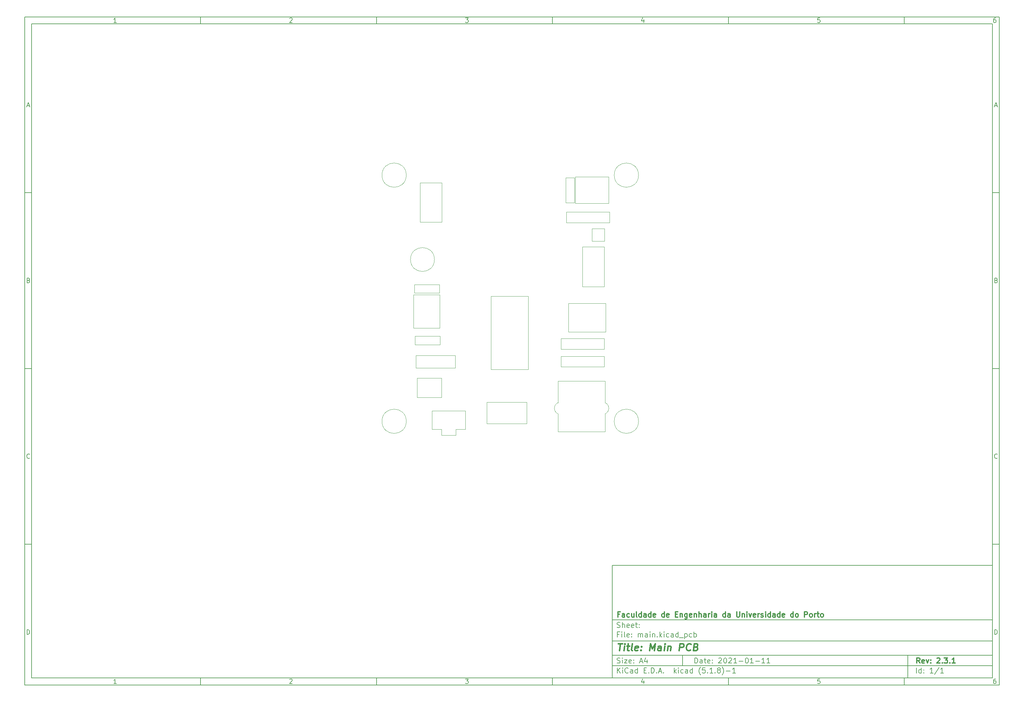
<source format=gbr>
%TF.GenerationSoftware,KiCad,Pcbnew,(5.1.8)-1*%
%TF.CreationDate,2021-01-11T16:48:45+00:00*%
%TF.ProjectId,main,6d61696e-2e6b-4696-9361-645f70636258,2.3.1*%
%TF.SameCoordinates,Original*%
%TF.FileFunction,Other,User*%
%FSLAX46Y46*%
G04 Gerber Fmt 4.6, Leading zero omitted, Abs format (unit mm)*
G04 Created by KiCad (PCBNEW (5.1.8)-1) date 2021-01-11 16:48:45*
%MOMM*%
%LPD*%
G01*
G04 APERTURE LIST*
%ADD10C,0.100000*%
%ADD11C,0.150000*%
%ADD12C,0.300000*%
%ADD13C,0.400000*%
%ADD14C,0.050000*%
G04 APERTURE END LIST*
D10*
D11*
X177002200Y-166007200D02*
X177002200Y-198007200D01*
X285002200Y-198007200D01*
X285002200Y-166007200D01*
X177002200Y-166007200D01*
D10*
D11*
X10000000Y-10000000D02*
X10000000Y-200007200D01*
X287002200Y-200007200D01*
X287002200Y-10000000D01*
X10000000Y-10000000D01*
D10*
D11*
X12000000Y-12000000D02*
X12000000Y-198007200D01*
X285002200Y-198007200D01*
X285002200Y-12000000D01*
X12000000Y-12000000D01*
D10*
D11*
X60000000Y-12000000D02*
X60000000Y-10000000D01*
D10*
D11*
X110000000Y-12000000D02*
X110000000Y-10000000D01*
D10*
D11*
X160000000Y-12000000D02*
X160000000Y-10000000D01*
D10*
D11*
X210000000Y-12000000D02*
X210000000Y-10000000D01*
D10*
D11*
X260000000Y-12000000D02*
X260000000Y-10000000D01*
D10*
D11*
X36065476Y-11588095D02*
X35322619Y-11588095D01*
X35694047Y-11588095D02*
X35694047Y-10288095D01*
X35570238Y-10473809D01*
X35446428Y-10597619D01*
X35322619Y-10659523D01*
D10*
D11*
X85322619Y-10411904D02*
X85384523Y-10350000D01*
X85508333Y-10288095D01*
X85817857Y-10288095D01*
X85941666Y-10350000D01*
X86003571Y-10411904D01*
X86065476Y-10535714D01*
X86065476Y-10659523D01*
X86003571Y-10845238D01*
X85260714Y-11588095D01*
X86065476Y-11588095D01*
D10*
D11*
X135260714Y-10288095D02*
X136065476Y-10288095D01*
X135632142Y-10783333D01*
X135817857Y-10783333D01*
X135941666Y-10845238D01*
X136003571Y-10907142D01*
X136065476Y-11030952D01*
X136065476Y-11340476D01*
X136003571Y-11464285D01*
X135941666Y-11526190D01*
X135817857Y-11588095D01*
X135446428Y-11588095D01*
X135322619Y-11526190D01*
X135260714Y-11464285D01*
D10*
D11*
X185941666Y-10721428D02*
X185941666Y-11588095D01*
X185632142Y-10226190D02*
X185322619Y-11154761D01*
X186127380Y-11154761D01*
D10*
D11*
X236003571Y-10288095D02*
X235384523Y-10288095D01*
X235322619Y-10907142D01*
X235384523Y-10845238D01*
X235508333Y-10783333D01*
X235817857Y-10783333D01*
X235941666Y-10845238D01*
X236003571Y-10907142D01*
X236065476Y-11030952D01*
X236065476Y-11340476D01*
X236003571Y-11464285D01*
X235941666Y-11526190D01*
X235817857Y-11588095D01*
X235508333Y-11588095D01*
X235384523Y-11526190D01*
X235322619Y-11464285D01*
D10*
D11*
X285941666Y-10288095D02*
X285694047Y-10288095D01*
X285570238Y-10350000D01*
X285508333Y-10411904D01*
X285384523Y-10597619D01*
X285322619Y-10845238D01*
X285322619Y-11340476D01*
X285384523Y-11464285D01*
X285446428Y-11526190D01*
X285570238Y-11588095D01*
X285817857Y-11588095D01*
X285941666Y-11526190D01*
X286003571Y-11464285D01*
X286065476Y-11340476D01*
X286065476Y-11030952D01*
X286003571Y-10907142D01*
X285941666Y-10845238D01*
X285817857Y-10783333D01*
X285570238Y-10783333D01*
X285446428Y-10845238D01*
X285384523Y-10907142D01*
X285322619Y-11030952D01*
D10*
D11*
X60000000Y-198007200D02*
X60000000Y-200007200D01*
D10*
D11*
X110000000Y-198007200D02*
X110000000Y-200007200D01*
D10*
D11*
X160000000Y-198007200D02*
X160000000Y-200007200D01*
D10*
D11*
X210000000Y-198007200D02*
X210000000Y-200007200D01*
D10*
D11*
X260000000Y-198007200D02*
X260000000Y-200007200D01*
D10*
D11*
X36065476Y-199595295D02*
X35322619Y-199595295D01*
X35694047Y-199595295D02*
X35694047Y-198295295D01*
X35570238Y-198481009D01*
X35446428Y-198604819D01*
X35322619Y-198666723D01*
D10*
D11*
X85322619Y-198419104D02*
X85384523Y-198357200D01*
X85508333Y-198295295D01*
X85817857Y-198295295D01*
X85941666Y-198357200D01*
X86003571Y-198419104D01*
X86065476Y-198542914D01*
X86065476Y-198666723D01*
X86003571Y-198852438D01*
X85260714Y-199595295D01*
X86065476Y-199595295D01*
D10*
D11*
X135260714Y-198295295D02*
X136065476Y-198295295D01*
X135632142Y-198790533D01*
X135817857Y-198790533D01*
X135941666Y-198852438D01*
X136003571Y-198914342D01*
X136065476Y-199038152D01*
X136065476Y-199347676D01*
X136003571Y-199471485D01*
X135941666Y-199533390D01*
X135817857Y-199595295D01*
X135446428Y-199595295D01*
X135322619Y-199533390D01*
X135260714Y-199471485D01*
D10*
D11*
X185941666Y-198728628D02*
X185941666Y-199595295D01*
X185632142Y-198233390D02*
X185322619Y-199161961D01*
X186127380Y-199161961D01*
D10*
D11*
X236003571Y-198295295D02*
X235384523Y-198295295D01*
X235322619Y-198914342D01*
X235384523Y-198852438D01*
X235508333Y-198790533D01*
X235817857Y-198790533D01*
X235941666Y-198852438D01*
X236003571Y-198914342D01*
X236065476Y-199038152D01*
X236065476Y-199347676D01*
X236003571Y-199471485D01*
X235941666Y-199533390D01*
X235817857Y-199595295D01*
X235508333Y-199595295D01*
X235384523Y-199533390D01*
X235322619Y-199471485D01*
D10*
D11*
X285941666Y-198295295D02*
X285694047Y-198295295D01*
X285570238Y-198357200D01*
X285508333Y-198419104D01*
X285384523Y-198604819D01*
X285322619Y-198852438D01*
X285322619Y-199347676D01*
X285384523Y-199471485D01*
X285446428Y-199533390D01*
X285570238Y-199595295D01*
X285817857Y-199595295D01*
X285941666Y-199533390D01*
X286003571Y-199471485D01*
X286065476Y-199347676D01*
X286065476Y-199038152D01*
X286003571Y-198914342D01*
X285941666Y-198852438D01*
X285817857Y-198790533D01*
X285570238Y-198790533D01*
X285446428Y-198852438D01*
X285384523Y-198914342D01*
X285322619Y-199038152D01*
D10*
D11*
X10000000Y-60000000D02*
X12000000Y-60000000D01*
D10*
D11*
X10000000Y-110000000D02*
X12000000Y-110000000D01*
D10*
D11*
X10000000Y-160000000D02*
X12000000Y-160000000D01*
D10*
D11*
X10690476Y-35216666D02*
X11309523Y-35216666D01*
X10566666Y-35588095D02*
X11000000Y-34288095D01*
X11433333Y-35588095D01*
D10*
D11*
X11092857Y-84907142D02*
X11278571Y-84969047D01*
X11340476Y-85030952D01*
X11402380Y-85154761D01*
X11402380Y-85340476D01*
X11340476Y-85464285D01*
X11278571Y-85526190D01*
X11154761Y-85588095D01*
X10659523Y-85588095D01*
X10659523Y-84288095D01*
X11092857Y-84288095D01*
X11216666Y-84350000D01*
X11278571Y-84411904D01*
X11340476Y-84535714D01*
X11340476Y-84659523D01*
X11278571Y-84783333D01*
X11216666Y-84845238D01*
X11092857Y-84907142D01*
X10659523Y-84907142D01*
D10*
D11*
X11402380Y-135464285D02*
X11340476Y-135526190D01*
X11154761Y-135588095D01*
X11030952Y-135588095D01*
X10845238Y-135526190D01*
X10721428Y-135402380D01*
X10659523Y-135278571D01*
X10597619Y-135030952D01*
X10597619Y-134845238D01*
X10659523Y-134597619D01*
X10721428Y-134473809D01*
X10845238Y-134350000D01*
X11030952Y-134288095D01*
X11154761Y-134288095D01*
X11340476Y-134350000D01*
X11402380Y-134411904D01*
D10*
D11*
X10659523Y-185588095D02*
X10659523Y-184288095D01*
X10969047Y-184288095D01*
X11154761Y-184350000D01*
X11278571Y-184473809D01*
X11340476Y-184597619D01*
X11402380Y-184845238D01*
X11402380Y-185030952D01*
X11340476Y-185278571D01*
X11278571Y-185402380D01*
X11154761Y-185526190D01*
X10969047Y-185588095D01*
X10659523Y-185588095D01*
D10*
D11*
X287002200Y-60000000D02*
X285002200Y-60000000D01*
D10*
D11*
X287002200Y-110000000D02*
X285002200Y-110000000D01*
D10*
D11*
X287002200Y-160000000D02*
X285002200Y-160000000D01*
D10*
D11*
X285692676Y-35216666D02*
X286311723Y-35216666D01*
X285568866Y-35588095D02*
X286002200Y-34288095D01*
X286435533Y-35588095D01*
D10*
D11*
X286095057Y-84907142D02*
X286280771Y-84969047D01*
X286342676Y-85030952D01*
X286404580Y-85154761D01*
X286404580Y-85340476D01*
X286342676Y-85464285D01*
X286280771Y-85526190D01*
X286156961Y-85588095D01*
X285661723Y-85588095D01*
X285661723Y-84288095D01*
X286095057Y-84288095D01*
X286218866Y-84350000D01*
X286280771Y-84411904D01*
X286342676Y-84535714D01*
X286342676Y-84659523D01*
X286280771Y-84783333D01*
X286218866Y-84845238D01*
X286095057Y-84907142D01*
X285661723Y-84907142D01*
D10*
D11*
X286404580Y-135464285D02*
X286342676Y-135526190D01*
X286156961Y-135588095D01*
X286033152Y-135588095D01*
X285847438Y-135526190D01*
X285723628Y-135402380D01*
X285661723Y-135278571D01*
X285599819Y-135030952D01*
X285599819Y-134845238D01*
X285661723Y-134597619D01*
X285723628Y-134473809D01*
X285847438Y-134350000D01*
X286033152Y-134288095D01*
X286156961Y-134288095D01*
X286342676Y-134350000D01*
X286404580Y-134411904D01*
D10*
D11*
X285661723Y-185588095D02*
X285661723Y-184288095D01*
X285971247Y-184288095D01*
X286156961Y-184350000D01*
X286280771Y-184473809D01*
X286342676Y-184597619D01*
X286404580Y-184845238D01*
X286404580Y-185030952D01*
X286342676Y-185278571D01*
X286280771Y-185402380D01*
X286156961Y-185526190D01*
X285971247Y-185588095D01*
X285661723Y-185588095D01*
D10*
D11*
X200434342Y-193785771D02*
X200434342Y-192285771D01*
X200791485Y-192285771D01*
X201005771Y-192357200D01*
X201148628Y-192500057D01*
X201220057Y-192642914D01*
X201291485Y-192928628D01*
X201291485Y-193142914D01*
X201220057Y-193428628D01*
X201148628Y-193571485D01*
X201005771Y-193714342D01*
X200791485Y-193785771D01*
X200434342Y-193785771D01*
X202577200Y-193785771D02*
X202577200Y-193000057D01*
X202505771Y-192857200D01*
X202362914Y-192785771D01*
X202077200Y-192785771D01*
X201934342Y-192857200D01*
X202577200Y-193714342D02*
X202434342Y-193785771D01*
X202077200Y-193785771D01*
X201934342Y-193714342D01*
X201862914Y-193571485D01*
X201862914Y-193428628D01*
X201934342Y-193285771D01*
X202077200Y-193214342D01*
X202434342Y-193214342D01*
X202577200Y-193142914D01*
X203077200Y-192785771D02*
X203648628Y-192785771D01*
X203291485Y-192285771D02*
X203291485Y-193571485D01*
X203362914Y-193714342D01*
X203505771Y-193785771D01*
X203648628Y-193785771D01*
X204720057Y-193714342D02*
X204577200Y-193785771D01*
X204291485Y-193785771D01*
X204148628Y-193714342D01*
X204077200Y-193571485D01*
X204077200Y-193000057D01*
X204148628Y-192857200D01*
X204291485Y-192785771D01*
X204577200Y-192785771D01*
X204720057Y-192857200D01*
X204791485Y-193000057D01*
X204791485Y-193142914D01*
X204077200Y-193285771D01*
X205434342Y-193642914D02*
X205505771Y-193714342D01*
X205434342Y-193785771D01*
X205362914Y-193714342D01*
X205434342Y-193642914D01*
X205434342Y-193785771D01*
X205434342Y-192857200D02*
X205505771Y-192928628D01*
X205434342Y-193000057D01*
X205362914Y-192928628D01*
X205434342Y-192857200D01*
X205434342Y-193000057D01*
X207220057Y-192428628D02*
X207291485Y-192357200D01*
X207434342Y-192285771D01*
X207791485Y-192285771D01*
X207934342Y-192357200D01*
X208005771Y-192428628D01*
X208077200Y-192571485D01*
X208077200Y-192714342D01*
X208005771Y-192928628D01*
X207148628Y-193785771D01*
X208077200Y-193785771D01*
X209005771Y-192285771D02*
X209148628Y-192285771D01*
X209291485Y-192357200D01*
X209362914Y-192428628D01*
X209434342Y-192571485D01*
X209505771Y-192857200D01*
X209505771Y-193214342D01*
X209434342Y-193500057D01*
X209362914Y-193642914D01*
X209291485Y-193714342D01*
X209148628Y-193785771D01*
X209005771Y-193785771D01*
X208862914Y-193714342D01*
X208791485Y-193642914D01*
X208720057Y-193500057D01*
X208648628Y-193214342D01*
X208648628Y-192857200D01*
X208720057Y-192571485D01*
X208791485Y-192428628D01*
X208862914Y-192357200D01*
X209005771Y-192285771D01*
X210077200Y-192428628D02*
X210148628Y-192357200D01*
X210291485Y-192285771D01*
X210648628Y-192285771D01*
X210791485Y-192357200D01*
X210862914Y-192428628D01*
X210934342Y-192571485D01*
X210934342Y-192714342D01*
X210862914Y-192928628D01*
X210005771Y-193785771D01*
X210934342Y-193785771D01*
X212362914Y-193785771D02*
X211505771Y-193785771D01*
X211934342Y-193785771D02*
X211934342Y-192285771D01*
X211791485Y-192500057D01*
X211648628Y-192642914D01*
X211505771Y-192714342D01*
X213005771Y-193214342D02*
X214148628Y-193214342D01*
X215148628Y-192285771D02*
X215291485Y-192285771D01*
X215434342Y-192357200D01*
X215505771Y-192428628D01*
X215577200Y-192571485D01*
X215648628Y-192857200D01*
X215648628Y-193214342D01*
X215577200Y-193500057D01*
X215505771Y-193642914D01*
X215434342Y-193714342D01*
X215291485Y-193785771D01*
X215148628Y-193785771D01*
X215005771Y-193714342D01*
X214934342Y-193642914D01*
X214862914Y-193500057D01*
X214791485Y-193214342D01*
X214791485Y-192857200D01*
X214862914Y-192571485D01*
X214934342Y-192428628D01*
X215005771Y-192357200D01*
X215148628Y-192285771D01*
X217077200Y-193785771D02*
X216220057Y-193785771D01*
X216648628Y-193785771D02*
X216648628Y-192285771D01*
X216505771Y-192500057D01*
X216362914Y-192642914D01*
X216220057Y-192714342D01*
X217720057Y-193214342D02*
X218862914Y-193214342D01*
X220362914Y-193785771D02*
X219505771Y-193785771D01*
X219934342Y-193785771D02*
X219934342Y-192285771D01*
X219791485Y-192500057D01*
X219648628Y-192642914D01*
X219505771Y-192714342D01*
X221791485Y-193785771D02*
X220934342Y-193785771D01*
X221362914Y-193785771D02*
X221362914Y-192285771D01*
X221220057Y-192500057D01*
X221077200Y-192642914D01*
X220934342Y-192714342D01*
D10*
D11*
X177002200Y-194507200D02*
X285002200Y-194507200D01*
D10*
D11*
X178434342Y-196585771D02*
X178434342Y-195085771D01*
X179291485Y-196585771D02*
X178648628Y-195728628D01*
X179291485Y-195085771D02*
X178434342Y-195942914D01*
X179934342Y-196585771D02*
X179934342Y-195585771D01*
X179934342Y-195085771D02*
X179862914Y-195157200D01*
X179934342Y-195228628D01*
X180005771Y-195157200D01*
X179934342Y-195085771D01*
X179934342Y-195228628D01*
X181505771Y-196442914D02*
X181434342Y-196514342D01*
X181220057Y-196585771D01*
X181077200Y-196585771D01*
X180862914Y-196514342D01*
X180720057Y-196371485D01*
X180648628Y-196228628D01*
X180577200Y-195942914D01*
X180577200Y-195728628D01*
X180648628Y-195442914D01*
X180720057Y-195300057D01*
X180862914Y-195157200D01*
X181077200Y-195085771D01*
X181220057Y-195085771D01*
X181434342Y-195157200D01*
X181505771Y-195228628D01*
X182791485Y-196585771D02*
X182791485Y-195800057D01*
X182720057Y-195657200D01*
X182577200Y-195585771D01*
X182291485Y-195585771D01*
X182148628Y-195657200D01*
X182791485Y-196514342D02*
X182648628Y-196585771D01*
X182291485Y-196585771D01*
X182148628Y-196514342D01*
X182077200Y-196371485D01*
X182077200Y-196228628D01*
X182148628Y-196085771D01*
X182291485Y-196014342D01*
X182648628Y-196014342D01*
X182791485Y-195942914D01*
X184148628Y-196585771D02*
X184148628Y-195085771D01*
X184148628Y-196514342D02*
X184005771Y-196585771D01*
X183720057Y-196585771D01*
X183577200Y-196514342D01*
X183505771Y-196442914D01*
X183434342Y-196300057D01*
X183434342Y-195871485D01*
X183505771Y-195728628D01*
X183577200Y-195657200D01*
X183720057Y-195585771D01*
X184005771Y-195585771D01*
X184148628Y-195657200D01*
X186005771Y-195800057D02*
X186505771Y-195800057D01*
X186720057Y-196585771D02*
X186005771Y-196585771D01*
X186005771Y-195085771D01*
X186720057Y-195085771D01*
X187362914Y-196442914D02*
X187434342Y-196514342D01*
X187362914Y-196585771D01*
X187291485Y-196514342D01*
X187362914Y-196442914D01*
X187362914Y-196585771D01*
X188077200Y-196585771D02*
X188077200Y-195085771D01*
X188434342Y-195085771D01*
X188648628Y-195157200D01*
X188791485Y-195300057D01*
X188862914Y-195442914D01*
X188934342Y-195728628D01*
X188934342Y-195942914D01*
X188862914Y-196228628D01*
X188791485Y-196371485D01*
X188648628Y-196514342D01*
X188434342Y-196585771D01*
X188077200Y-196585771D01*
X189577200Y-196442914D02*
X189648628Y-196514342D01*
X189577200Y-196585771D01*
X189505771Y-196514342D01*
X189577200Y-196442914D01*
X189577200Y-196585771D01*
X190220057Y-196157200D02*
X190934342Y-196157200D01*
X190077200Y-196585771D02*
X190577200Y-195085771D01*
X191077200Y-196585771D01*
X191577200Y-196442914D02*
X191648628Y-196514342D01*
X191577200Y-196585771D01*
X191505771Y-196514342D01*
X191577200Y-196442914D01*
X191577200Y-196585771D01*
X194577200Y-196585771D02*
X194577200Y-195085771D01*
X194720057Y-196014342D02*
X195148628Y-196585771D01*
X195148628Y-195585771D02*
X194577200Y-196157200D01*
X195791485Y-196585771D02*
X195791485Y-195585771D01*
X195791485Y-195085771D02*
X195720057Y-195157200D01*
X195791485Y-195228628D01*
X195862914Y-195157200D01*
X195791485Y-195085771D01*
X195791485Y-195228628D01*
X197148628Y-196514342D02*
X197005771Y-196585771D01*
X196720057Y-196585771D01*
X196577200Y-196514342D01*
X196505771Y-196442914D01*
X196434342Y-196300057D01*
X196434342Y-195871485D01*
X196505771Y-195728628D01*
X196577200Y-195657200D01*
X196720057Y-195585771D01*
X197005771Y-195585771D01*
X197148628Y-195657200D01*
X198434342Y-196585771D02*
X198434342Y-195800057D01*
X198362914Y-195657200D01*
X198220057Y-195585771D01*
X197934342Y-195585771D01*
X197791485Y-195657200D01*
X198434342Y-196514342D02*
X198291485Y-196585771D01*
X197934342Y-196585771D01*
X197791485Y-196514342D01*
X197720057Y-196371485D01*
X197720057Y-196228628D01*
X197791485Y-196085771D01*
X197934342Y-196014342D01*
X198291485Y-196014342D01*
X198434342Y-195942914D01*
X199791485Y-196585771D02*
X199791485Y-195085771D01*
X199791485Y-196514342D02*
X199648628Y-196585771D01*
X199362914Y-196585771D01*
X199220057Y-196514342D01*
X199148628Y-196442914D01*
X199077200Y-196300057D01*
X199077200Y-195871485D01*
X199148628Y-195728628D01*
X199220057Y-195657200D01*
X199362914Y-195585771D01*
X199648628Y-195585771D01*
X199791485Y-195657200D01*
X202077200Y-197157200D02*
X202005771Y-197085771D01*
X201862914Y-196871485D01*
X201791485Y-196728628D01*
X201720057Y-196514342D01*
X201648628Y-196157200D01*
X201648628Y-195871485D01*
X201720057Y-195514342D01*
X201791485Y-195300057D01*
X201862914Y-195157200D01*
X202005771Y-194942914D01*
X202077200Y-194871485D01*
X203362914Y-195085771D02*
X202648628Y-195085771D01*
X202577200Y-195800057D01*
X202648628Y-195728628D01*
X202791485Y-195657200D01*
X203148628Y-195657200D01*
X203291485Y-195728628D01*
X203362914Y-195800057D01*
X203434342Y-195942914D01*
X203434342Y-196300057D01*
X203362914Y-196442914D01*
X203291485Y-196514342D01*
X203148628Y-196585771D01*
X202791485Y-196585771D01*
X202648628Y-196514342D01*
X202577200Y-196442914D01*
X204077200Y-196442914D02*
X204148628Y-196514342D01*
X204077200Y-196585771D01*
X204005771Y-196514342D01*
X204077200Y-196442914D01*
X204077200Y-196585771D01*
X205577200Y-196585771D02*
X204720057Y-196585771D01*
X205148628Y-196585771D02*
X205148628Y-195085771D01*
X205005771Y-195300057D01*
X204862914Y-195442914D01*
X204720057Y-195514342D01*
X206220057Y-196442914D02*
X206291485Y-196514342D01*
X206220057Y-196585771D01*
X206148628Y-196514342D01*
X206220057Y-196442914D01*
X206220057Y-196585771D01*
X207148628Y-195728628D02*
X207005771Y-195657200D01*
X206934342Y-195585771D01*
X206862914Y-195442914D01*
X206862914Y-195371485D01*
X206934342Y-195228628D01*
X207005771Y-195157200D01*
X207148628Y-195085771D01*
X207434342Y-195085771D01*
X207577200Y-195157200D01*
X207648628Y-195228628D01*
X207720057Y-195371485D01*
X207720057Y-195442914D01*
X207648628Y-195585771D01*
X207577200Y-195657200D01*
X207434342Y-195728628D01*
X207148628Y-195728628D01*
X207005771Y-195800057D01*
X206934342Y-195871485D01*
X206862914Y-196014342D01*
X206862914Y-196300057D01*
X206934342Y-196442914D01*
X207005771Y-196514342D01*
X207148628Y-196585771D01*
X207434342Y-196585771D01*
X207577200Y-196514342D01*
X207648628Y-196442914D01*
X207720057Y-196300057D01*
X207720057Y-196014342D01*
X207648628Y-195871485D01*
X207577200Y-195800057D01*
X207434342Y-195728628D01*
X208220057Y-197157200D02*
X208291485Y-197085771D01*
X208434342Y-196871485D01*
X208505771Y-196728628D01*
X208577200Y-196514342D01*
X208648628Y-196157200D01*
X208648628Y-195871485D01*
X208577200Y-195514342D01*
X208505771Y-195300057D01*
X208434342Y-195157200D01*
X208291485Y-194942914D01*
X208220057Y-194871485D01*
X209362914Y-196014342D02*
X210505771Y-196014342D01*
X212005771Y-196585771D02*
X211148628Y-196585771D01*
X211577200Y-196585771D02*
X211577200Y-195085771D01*
X211434342Y-195300057D01*
X211291485Y-195442914D01*
X211148628Y-195514342D01*
D10*
D11*
X177002200Y-191507200D02*
X285002200Y-191507200D01*
D10*
D12*
X264411485Y-193785771D02*
X263911485Y-193071485D01*
X263554342Y-193785771D02*
X263554342Y-192285771D01*
X264125771Y-192285771D01*
X264268628Y-192357200D01*
X264340057Y-192428628D01*
X264411485Y-192571485D01*
X264411485Y-192785771D01*
X264340057Y-192928628D01*
X264268628Y-193000057D01*
X264125771Y-193071485D01*
X263554342Y-193071485D01*
X265625771Y-193714342D02*
X265482914Y-193785771D01*
X265197200Y-193785771D01*
X265054342Y-193714342D01*
X264982914Y-193571485D01*
X264982914Y-193000057D01*
X265054342Y-192857200D01*
X265197200Y-192785771D01*
X265482914Y-192785771D01*
X265625771Y-192857200D01*
X265697200Y-193000057D01*
X265697200Y-193142914D01*
X264982914Y-193285771D01*
X266197200Y-192785771D02*
X266554342Y-193785771D01*
X266911485Y-192785771D01*
X267482914Y-193642914D02*
X267554342Y-193714342D01*
X267482914Y-193785771D01*
X267411485Y-193714342D01*
X267482914Y-193642914D01*
X267482914Y-193785771D01*
X267482914Y-192857200D02*
X267554342Y-192928628D01*
X267482914Y-193000057D01*
X267411485Y-192928628D01*
X267482914Y-192857200D01*
X267482914Y-193000057D01*
X269268628Y-192428628D02*
X269340057Y-192357200D01*
X269482914Y-192285771D01*
X269840057Y-192285771D01*
X269982914Y-192357200D01*
X270054342Y-192428628D01*
X270125771Y-192571485D01*
X270125771Y-192714342D01*
X270054342Y-192928628D01*
X269197200Y-193785771D01*
X270125771Y-193785771D01*
X270768628Y-193642914D02*
X270840057Y-193714342D01*
X270768628Y-193785771D01*
X270697200Y-193714342D01*
X270768628Y-193642914D01*
X270768628Y-193785771D01*
X271340057Y-192285771D02*
X272268628Y-192285771D01*
X271768628Y-192857200D01*
X271982914Y-192857200D01*
X272125771Y-192928628D01*
X272197200Y-193000057D01*
X272268628Y-193142914D01*
X272268628Y-193500057D01*
X272197200Y-193642914D01*
X272125771Y-193714342D01*
X271982914Y-193785771D01*
X271554342Y-193785771D01*
X271411485Y-193714342D01*
X271340057Y-193642914D01*
X272911485Y-193642914D02*
X272982914Y-193714342D01*
X272911485Y-193785771D01*
X272840057Y-193714342D01*
X272911485Y-193642914D01*
X272911485Y-193785771D01*
X274411485Y-193785771D02*
X273554342Y-193785771D01*
X273982914Y-193785771D02*
X273982914Y-192285771D01*
X273840057Y-192500057D01*
X273697200Y-192642914D01*
X273554342Y-192714342D01*
D10*
D11*
X178362914Y-193714342D02*
X178577200Y-193785771D01*
X178934342Y-193785771D01*
X179077200Y-193714342D01*
X179148628Y-193642914D01*
X179220057Y-193500057D01*
X179220057Y-193357200D01*
X179148628Y-193214342D01*
X179077200Y-193142914D01*
X178934342Y-193071485D01*
X178648628Y-193000057D01*
X178505771Y-192928628D01*
X178434342Y-192857200D01*
X178362914Y-192714342D01*
X178362914Y-192571485D01*
X178434342Y-192428628D01*
X178505771Y-192357200D01*
X178648628Y-192285771D01*
X179005771Y-192285771D01*
X179220057Y-192357200D01*
X179862914Y-193785771D02*
X179862914Y-192785771D01*
X179862914Y-192285771D02*
X179791485Y-192357200D01*
X179862914Y-192428628D01*
X179934342Y-192357200D01*
X179862914Y-192285771D01*
X179862914Y-192428628D01*
X180434342Y-192785771D02*
X181220057Y-192785771D01*
X180434342Y-193785771D01*
X181220057Y-193785771D01*
X182362914Y-193714342D02*
X182220057Y-193785771D01*
X181934342Y-193785771D01*
X181791485Y-193714342D01*
X181720057Y-193571485D01*
X181720057Y-193000057D01*
X181791485Y-192857200D01*
X181934342Y-192785771D01*
X182220057Y-192785771D01*
X182362914Y-192857200D01*
X182434342Y-193000057D01*
X182434342Y-193142914D01*
X181720057Y-193285771D01*
X183077200Y-193642914D02*
X183148628Y-193714342D01*
X183077200Y-193785771D01*
X183005771Y-193714342D01*
X183077200Y-193642914D01*
X183077200Y-193785771D01*
X183077200Y-192857200D02*
X183148628Y-192928628D01*
X183077200Y-193000057D01*
X183005771Y-192928628D01*
X183077200Y-192857200D01*
X183077200Y-193000057D01*
X184862914Y-193357200D02*
X185577200Y-193357200D01*
X184720057Y-193785771D02*
X185220057Y-192285771D01*
X185720057Y-193785771D01*
X186862914Y-192785771D02*
X186862914Y-193785771D01*
X186505771Y-192214342D02*
X186148628Y-193285771D01*
X187077200Y-193285771D01*
D10*
D11*
X263434342Y-196585771D02*
X263434342Y-195085771D01*
X264791485Y-196585771D02*
X264791485Y-195085771D01*
X264791485Y-196514342D02*
X264648628Y-196585771D01*
X264362914Y-196585771D01*
X264220057Y-196514342D01*
X264148628Y-196442914D01*
X264077200Y-196300057D01*
X264077200Y-195871485D01*
X264148628Y-195728628D01*
X264220057Y-195657200D01*
X264362914Y-195585771D01*
X264648628Y-195585771D01*
X264791485Y-195657200D01*
X265505771Y-196442914D02*
X265577200Y-196514342D01*
X265505771Y-196585771D01*
X265434342Y-196514342D01*
X265505771Y-196442914D01*
X265505771Y-196585771D01*
X265505771Y-195657200D02*
X265577200Y-195728628D01*
X265505771Y-195800057D01*
X265434342Y-195728628D01*
X265505771Y-195657200D01*
X265505771Y-195800057D01*
X268148628Y-196585771D02*
X267291485Y-196585771D01*
X267720057Y-196585771D02*
X267720057Y-195085771D01*
X267577200Y-195300057D01*
X267434342Y-195442914D01*
X267291485Y-195514342D01*
X269862914Y-195014342D02*
X268577200Y-196942914D01*
X271148628Y-196585771D02*
X270291485Y-196585771D01*
X270720057Y-196585771D02*
X270720057Y-195085771D01*
X270577200Y-195300057D01*
X270434342Y-195442914D01*
X270291485Y-195514342D01*
D10*
D11*
X177002200Y-187507200D02*
X285002200Y-187507200D01*
D10*
D13*
X178714580Y-188211961D02*
X179857438Y-188211961D01*
X179036009Y-190211961D02*
X179286009Y-188211961D01*
X180274104Y-190211961D02*
X180440771Y-188878628D01*
X180524104Y-188211961D02*
X180416961Y-188307200D01*
X180500295Y-188402438D01*
X180607438Y-188307200D01*
X180524104Y-188211961D01*
X180500295Y-188402438D01*
X181107438Y-188878628D02*
X181869342Y-188878628D01*
X181476485Y-188211961D02*
X181262200Y-189926247D01*
X181333628Y-190116723D01*
X181512200Y-190211961D01*
X181702676Y-190211961D01*
X182655057Y-190211961D02*
X182476485Y-190116723D01*
X182405057Y-189926247D01*
X182619342Y-188211961D01*
X184190771Y-190116723D02*
X183988390Y-190211961D01*
X183607438Y-190211961D01*
X183428866Y-190116723D01*
X183357438Y-189926247D01*
X183452676Y-189164342D01*
X183571723Y-188973866D01*
X183774104Y-188878628D01*
X184155057Y-188878628D01*
X184333628Y-188973866D01*
X184405057Y-189164342D01*
X184381247Y-189354819D01*
X183405057Y-189545295D01*
X185155057Y-190021485D02*
X185238390Y-190116723D01*
X185131247Y-190211961D01*
X185047914Y-190116723D01*
X185155057Y-190021485D01*
X185131247Y-190211961D01*
X185286009Y-188973866D02*
X185369342Y-189069104D01*
X185262200Y-189164342D01*
X185178866Y-189069104D01*
X185286009Y-188973866D01*
X185262200Y-189164342D01*
X187607438Y-190211961D02*
X187857438Y-188211961D01*
X188345533Y-189640533D01*
X189190771Y-188211961D01*
X188940771Y-190211961D01*
X190750295Y-190211961D02*
X190881247Y-189164342D01*
X190809819Y-188973866D01*
X190631247Y-188878628D01*
X190250295Y-188878628D01*
X190047914Y-188973866D01*
X190762200Y-190116723D02*
X190559819Y-190211961D01*
X190083628Y-190211961D01*
X189905057Y-190116723D01*
X189833628Y-189926247D01*
X189857438Y-189735771D01*
X189976485Y-189545295D01*
X190178866Y-189450057D01*
X190655057Y-189450057D01*
X190857438Y-189354819D01*
X191702676Y-190211961D02*
X191869342Y-188878628D01*
X191952676Y-188211961D02*
X191845533Y-188307200D01*
X191928866Y-188402438D01*
X192036009Y-188307200D01*
X191952676Y-188211961D01*
X191928866Y-188402438D01*
X192821723Y-188878628D02*
X192655057Y-190211961D01*
X192797914Y-189069104D02*
X192905057Y-188973866D01*
X193107438Y-188878628D01*
X193393152Y-188878628D01*
X193571723Y-188973866D01*
X193643152Y-189164342D01*
X193512200Y-190211961D01*
X195988390Y-190211961D02*
X196238390Y-188211961D01*
X197000295Y-188211961D01*
X197178866Y-188307200D01*
X197262200Y-188402438D01*
X197333628Y-188592914D01*
X197297914Y-188878628D01*
X197178866Y-189069104D01*
X197071723Y-189164342D01*
X196869342Y-189259580D01*
X196107438Y-189259580D01*
X199155057Y-190021485D02*
X199047914Y-190116723D01*
X198750295Y-190211961D01*
X198559819Y-190211961D01*
X198286009Y-190116723D01*
X198119342Y-189926247D01*
X198047914Y-189735771D01*
X198000295Y-189354819D01*
X198036009Y-189069104D01*
X198178866Y-188688152D01*
X198297914Y-188497676D01*
X198512200Y-188307200D01*
X198809819Y-188211961D01*
X199000295Y-188211961D01*
X199274104Y-188307200D01*
X199357438Y-188402438D01*
X200786009Y-189164342D02*
X201059819Y-189259580D01*
X201143152Y-189354819D01*
X201214580Y-189545295D01*
X201178866Y-189831009D01*
X201059819Y-190021485D01*
X200952676Y-190116723D01*
X200750295Y-190211961D01*
X199988390Y-190211961D01*
X200238390Y-188211961D01*
X200905057Y-188211961D01*
X201083628Y-188307200D01*
X201166961Y-188402438D01*
X201238390Y-188592914D01*
X201214580Y-188783390D01*
X201095533Y-188973866D01*
X200988390Y-189069104D01*
X200786009Y-189164342D01*
X200119342Y-189164342D01*
D10*
D11*
X178934342Y-185600057D02*
X178434342Y-185600057D01*
X178434342Y-186385771D02*
X178434342Y-184885771D01*
X179148628Y-184885771D01*
X179720057Y-186385771D02*
X179720057Y-185385771D01*
X179720057Y-184885771D02*
X179648628Y-184957200D01*
X179720057Y-185028628D01*
X179791485Y-184957200D01*
X179720057Y-184885771D01*
X179720057Y-185028628D01*
X180648628Y-186385771D02*
X180505771Y-186314342D01*
X180434342Y-186171485D01*
X180434342Y-184885771D01*
X181791485Y-186314342D02*
X181648628Y-186385771D01*
X181362914Y-186385771D01*
X181220057Y-186314342D01*
X181148628Y-186171485D01*
X181148628Y-185600057D01*
X181220057Y-185457200D01*
X181362914Y-185385771D01*
X181648628Y-185385771D01*
X181791485Y-185457200D01*
X181862914Y-185600057D01*
X181862914Y-185742914D01*
X181148628Y-185885771D01*
X182505771Y-186242914D02*
X182577200Y-186314342D01*
X182505771Y-186385771D01*
X182434342Y-186314342D01*
X182505771Y-186242914D01*
X182505771Y-186385771D01*
X182505771Y-185457200D02*
X182577200Y-185528628D01*
X182505771Y-185600057D01*
X182434342Y-185528628D01*
X182505771Y-185457200D01*
X182505771Y-185600057D01*
X184362914Y-186385771D02*
X184362914Y-185385771D01*
X184362914Y-185528628D02*
X184434342Y-185457200D01*
X184577200Y-185385771D01*
X184791485Y-185385771D01*
X184934342Y-185457200D01*
X185005771Y-185600057D01*
X185005771Y-186385771D01*
X185005771Y-185600057D02*
X185077200Y-185457200D01*
X185220057Y-185385771D01*
X185434342Y-185385771D01*
X185577200Y-185457200D01*
X185648628Y-185600057D01*
X185648628Y-186385771D01*
X187005771Y-186385771D02*
X187005771Y-185600057D01*
X186934342Y-185457200D01*
X186791485Y-185385771D01*
X186505771Y-185385771D01*
X186362914Y-185457200D01*
X187005771Y-186314342D02*
X186862914Y-186385771D01*
X186505771Y-186385771D01*
X186362914Y-186314342D01*
X186291485Y-186171485D01*
X186291485Y-186028628D01*
X186362914Y-185885771D01*
X186505771Y-185814342D01*
X186862914Y-185814342D01*
X187005771Y-185742914D01*
X187720057Y-186385771D02*
X187720057Y-185385771D01*
X187720057Y-184885771D02*
X187648628Y-184957200D01*
X187720057Y-185028628D01*
X187791485Y-184957200D01*
X187720057Y-184885771D01*
X187720057Y-185028628D01*
X188434342Y-185385771D02*
X188434342Y-186385771D01*
X188434342Y-185528628D02*
X188505771Y-185457200D01*
X188648628Y-185385771D01*
X188862914Y-185385771D01*
X189005771Y-185457200D01*
X189077200Y-185600057D01*
X189077200Y-186385771D01*
X189791485Y-186242914D02*
X189862914Y-186314342D01*
X189791485Y-186385771D01*
X189720057Y-186314342D01*
X189791485Y-186242914D01*
X189791485Y-186385771D01*
X190505771Y-186385771D02*
X190505771Y-184885771D01*
X190648628Y-185814342D02*
X191077200Y-186385771D01*
X191077200Y-185385771D02*
X190505771Y-185957200D01*
X191720057Y-186385771D02*
X191720057Y-185385771D01*
X191720057Y-184885771D02*
X191648628Y-184957200D01*
X191720057Y-185028628D01*
X191791485Y-184957200D01*
X191720057Y-184885771D01*
X191720057Y-185028628D01*
X193077200Y-186314342D02*
X192934342Y-186385771D01*
X192648628Y-186385771D01*
X192505771Y-186314342D01*
X192434342Y-186242914D01*
X192362914Y-186100057D01*
X192362914Y-185671485D01*
X192434342Y-185528628D01*
X192505771Y-185457200D01*
X192648628Y-185385771D01*
X192934342Y-185385771D01*
X193077200Y-185457200D01*
X194362914Y-186385771D02*
X194362914Y-185600057D01*
X194291485Y-185457200D01*
X194148628Y-185385771D01*
X193862914Y-185385771D01*
X193720057Y-185457200D01*
X194362914Y-186314342D02*
X194220057Y-186385771D01*
X193862914Y-186385771D01*
X193720057Y-186314342D01*
X193648628Y-186171485D01*
X193648628Y-186028628D01*
X193720057Y-185885771D01*
X193862914Y-185814342D01*
X194220057Y-185814342D01*
X194362914Y-185742914D01*
X195720057Y-186385771D02*
X195720057Y-184885771D01*
X195720057Y-186314342D02*
X195577200Y-186385771D01*
X195291485Y-186385771D01*
X195148628Y-186314342D01*
X195077200Y-186242914D01*
X195005771Y-186100057D01*
X195005771Y-185671485D01*
X195077200Y-185528628D01*
X195148628Y-185457200D01*
X195291485Y-185385771D01*
X195577200Y-185385771D01*
X195720057Y-185457200D01*
X196077200Y-186528628D02*
X197220057Y-186528628D01*
X197577200Y-185385771D02*
X197577200Y-186885771D01*
X197577200Y-185457200D02*
X197720057Y-185385771D01*
X198005771Y-185385771D01*
X198148628Y-185457200D01*
X198220057Y-185528628D01*
X198291485Y-185671485D01*
X198291485Y-186100057D01*
X198220057Y-186242914D01*
X198148628Y-186314342D01*
X198005771Y-186385771D01*
X197720057Y-186385771D01*
X197577200Y-186314342D01*
X199577200Y-186314342D02*
X199434342Y-186385771D01*
X199148628Y-186385771D01*
X199005771Y-186314342D01*
X198934342Y-186242914D01*
X198862914Y-186100057D01*
X198862914Y-185671485D01*
X198934342Y-185528628D01*
X199005771Y-185457200D01*
X199148628Y-185385771D01*
X199434342Y-185385771D01*
X199577200Y-185457200D01*
X200220057Y-186385771D02*
X200220057Y-184885771D01*
X200220057Y-185457200D02*
X200362914Y-185385771D01*
X200648628Y-185385771D01*
X200791485Y-185457200D01*
X200862914Y-185528628D01*
X200934342Y-185671485D01*
X200934342Y-186100057D01*
X200862914Y-186242914D01*
X200791485Y-186314342D01*
X200648628Y-186385771D01*
X200362914Y-186385771D01*
X200220057Y-186314342D01*
D10*
D11*
X177002200Y-181507200D02*
X285002200Y-181507200D01*
D10*
D11*
X178362914Y-183614342D02*
X178577200Y-183685771D01*
X178934342Y-183685771D01*
X179077200Y-183614342D01*
X179148628Y-183542914D01*
X179220057Y-183400057D01*
X179220057Y-183257200D01*
X179148628Y-183114342D01*
X179077200Y-183042914D01*
X178934342Y-182971485D01*
X178648628Y-182900057D01*
X178505771Y-182828628D01*
X178434342Y-182757200D01*
X178362914Y-182614342D01*
X178362914Y-182471485D01*
X178434342Y-182328628D01*
X178505771Y-182257200D01*
X178648628Y-182185771D01*
X179005771Y-182185771D01*
X179220057Y-182257200D01*
X179862914Y-183685771D02*
X179862914Y-182185771D01*
X180505771Y-183685771D02*
X180505771Y-182900057D01*
X180434342Y-182757200D01*
X180291485Y-182685771D01*
X180077200Y-182685771D01*
X179934342Y-182757200D01*
X179862914Y-182828628D01*
X181791485Y-183614342D02*
X181648628Y-183685771D01*
X181362914Y-183685771D01*
X181220057Y-183614342D01*
X181148628Y-183471485D01*
X181148628Y-182900057D01*
X181220057Y-182757200D01*
X181362914Y-182685771D01*
X181648628Y-182685771D01*
X181791485Y-182757200D01*
X181862914Y-182900057D01*
X181862914Y-183042914D01*
X181148628Y-183185771D01*
X183077200Y-183614342D02*
X182934342Y-183685771D01*
X182648628Y-183685771D01*
X182505771Y-183614342D01*
X182434342Y-183471485D01*
X182434342Y-182900057D01*
X182505771Y-182757200D01*
X182648628Y-182685771D01*
X182934342Y-182685771D01*
X183077200Y-182757200D01*
X183148628Y-182900057D01*
X183148628Y-183042914D01*
X182434342Y-183185771D01*
X183577200Y-182685771D02*
X184148628Y-182685771D01*
X183791485Y-182185771D02*
X183791485Y-183471485D01*
X183862914Y-183614342D01*
X184005771Y-183685771D01*
X184148628Y-183685771D01*
X184648628Y-183542914D02*
X184720057Y-183614342D01*
X184648628Y-183685771D01*
X184577200Y-183614342D01*
X184648628Y-183542914D01*
X184648628Y-183685771D01*
X184648628Y-182757200D02*
X184720057Y-182828628D01*
X184648628Y-182900057D01*
X184577200Y-182828628D01*
X184648628Y-182757200D01*
X184648628Y-182900057D01*
D10*
D12*
X179054342Y-179900057D02*
X178554342Y-179900057D01*
X178554342Y-180685771D02*
X178554342Y-179185771D01*
X179268628Y-179185771D01*
X180482914Y-180685771D02*
X180482914Y-179900057D01*
X180411485Y-179757200D01*
X180268628Y-179685771D01*
X179982914Y-179685771D01*
X179840057Y-179757200D01*
X180482914Y-180614342D02*
X180340057Y-180685771D01*
X179982914Y-180685771D01*
X179840057Y-180614342D01*
X179768628Y-180471485D01*
X179768628Y-180328628D01*
X179840057Y-180185771D01*
X179982914Y-180114342D01*
X180340057Y-180114342D01*
X180482914Y-180042914D01*
X181840057Y-180614342D02*
X181697200Y-180685771D01*
X181411485Y-180685771D01*
X181268628Y-180614342D01*
X181197200Y-180542914D01*
X181125771Y-180400057D01*
X181125771Y-179971485D01*
X181197200Y-179828628D01*
X181268628Y-179757200D01*
X181411485Y-179685771D01*
X181697200Y-179685771D01*
X181840057Y-179757200D01*
X183125771Y-179685771D02*
X183125771Y-180685771D01*
X182482914Y-179685771D02*
X182482914Y-180471485D01*
X182554342Y-180614342D01*
X182697200Y-180685771D01*
X182911485Y-180685771D01*
X183054342Y-180614342D01*
X183125771Y-180542914D01*
X184054342Y-180685771D02*
X183911485Y-180614342D01*
X183840057Y-180471485D01*
X183840057Y-179185771D01*
X185268628Y-180685771D02*
X185268628Y-179185771D01*
X185268628Y-180614342D02*
X185125771Y-180685771D01*
X184840057Y-180685771D01*
X184697200Y-180614342D01*
X184625771Y-180542914D01*
X184554342Y-180400057D01*
X184554342Y-179971485D01*
X184625771Y-179828628D01*
X184697200Y-179757200D01*
X184840057Y-179685771D01*
X185125771Y-179685771D01*
X185268628Y-179757200D01*
X186625771Y-180685771D02*
X186625771Y-179900057D01*
X186554342Y-179757200D01*
X186411485Y-179685771D01*
X186125771Y-179685771D01*
X185982914Y-179757200D01*
X186625771Y-180614342D02*
X186482914Y-180685771D01*
X186125771Y-180685771D01*
X185982914Y-180614342D01*
X185911485Y-180471485D01*
X185911485Y-180328628D01*
X185982914Y-180185771D01*
X186125771Y-180114342D01*
X186482914Y-180114342D01*
X186625771Y-180042914D01*
X187982914Y-180685771D02*
X187982914Y-179185771D01*
X187982914Y-180614342D02*
X187840057Y-180685771D01*
X187554342Y-180685771D01*
X187411485Y-180614342D01*
X187340057Y-180542914D01*
X187268628Y-180400057D01*
X187268628Y-179971485D01*
X187340057Y-179828628D01*
X187411485Y-179757200D01*
X187554342Y-179685771D01*
X187840057Y-179685771D01*
X187982914Y-179757200D01*
X189268628Y-180614342D02*
X189125771Y-180685771D01*
X188840057Y-180685771D01*
X188697200Y-180614342D01*
X188625771Y-180471485D01*
X188625771Y-179900057D01*
X188697200Y-179757200D01*
X188840057Y-179685771D01*
X189125771Y-179685771D01*
X189268628Y-179757200D01*
X189340057Y-179900057D01*
X189340057Y-180042914D01*
X188625771Y-180185771D01*
X191768628Y-180685771D02*
X191768628Y-179185771D01*
X191768628Y-180614342D02*
X191625771Y-180685771D01*
X191340057Y-180685771D01*
X191197200Y-180614342D01*
X191125771Y-180542914D01*
X191054342Y-180400057D01*
X191054342Y-179971485D01*
X191125771Y-179828628D01*
X191197200Y-179757200D01*
X191340057Y-179685771D01*
X191625771Y-179685771D01*
X191768628Y-179757200D01*
X193054342Y-180614342D02*
X192911485Y-180685771D01*
X192625771Y-180685771D01*
X192482914Y-180614342D01*
X192411485Y-180471485D01*
X192411485Y-179900057D01*
X192482914Y-179757200D01*
X192625771Y-179685771D01*
X192911485Y-179685771D01*
X193054342Y-179757200D01*
X193125771Y-179900057D01*
X193125771Y-180042914D01*
X192411485Y-180185771D01*
X194911485Y-179900057D02*
X195411485Y-179900057D01*
X195625771Y-180685771D02*
X194911485Y-180685771D01*
X194911485Y-179185771D01*
X195625771Y-179185771D01*
X196268628Y-179685771D02*
X196268628Y-180685771D01*
X196268628Y-179828628D02*
X196340057Y-179757200D01*
X196482914Y-179685771D01*
X196697200Y-179685771D01*
X196840057Y-179757200D01*
X196911485Y-179900057D01*
X196911485Y-180685771D01*
X198268628Y-179685771D02*
X198268628Y-180900057D01*
X198197200Y-181042914D01*
X198125771Y-181114342D01*
X197982914Y-181185771D01*
X197768628Y-181185771D01*
X197625771Y-181114342D01*
X198268628Y-180614342D02*
X198125771Y-180685771D01*
X197840057Y-180685771D01*
X197697200Y-180614342D01*
X197625771Y-180542914D01*
X197554342Y-180400057D01*
X197554342Y-179971485D01*
X197625771Y-179828628D01*
X197697200Y-179757200D01*
X197840057Y-179685771D01*
X198125771Y-179685771D01*
X198268628Y-179757200D01*
X199554342Y-180614342D02*
X199411485Y-180685771D01*
X199125771Y-180685771D01*
X198982914Y-180614342D01*
X198911485Y-180471485D01*
X198911485Y-179900057D01*
X198982914Y-179757200D01*
X199125771Y-179685771D01*
X199411485Y-179685771D01*
X199554342Y-179757200D01*
X199625771Y-179900057D01*
X199625771Y-180042914D01*
X198911485Y-180185771D01*
X200268628Y-179685771D02*
X200268628Y-180685771D01*
X200268628Y-179828628D02*
X200340057Y-179757200D01*
X200482914Y-179685771D01*
X200697200Y-179685771D01*
X200840057Y-179757200D01*
X200911485Y-179900057D01*
X200911485Y-180685771D01*
X201625771Y-180685771D02*
X201625771Y-179185771D01*
X202268628Y-180685771D02*
X202268628Y-179900057D01*
X202197200Y-179757200D01*
X202054342Y-179685771D01*
X201840057Y-179685771D01*
X201697200Y-179757200D01*
X201625771Y-179828628D01*
X203625771Y-180685771D02*
X203625771Y-179900057D01*
X203554342Y-179757200D01*
X203411485Y-179685771D01*
X203125771Y-179685771D01*
X202982914Y-179757200D01*
X203625771Y-180614342D02*
X203482914Y-180685771D01*
X203125771Y-180685771D01*
X202982914Y-180614342D01*
X202911485Y-180471485D01*
X202911485Y-180328628D01*
X202982914Y-180185771D01*
X203125771Y-180114342D01*
X203482914Y-180114342D01*
X203625771Y-180042914D01*
X204340057Y-180685771D02*
X204340057Y-179685771D01*
X204340057Y-179971485D02*
X204411485Y-179828628D01*
X204482914Y-179757200D01*
X204625771Y-179685771D01*
X204768628Y-179685771D01*
X205268628Y-180685771D02*
X205268628Y-179685771D01*
X205268628Y-179185771D02*
X205197200Y-179257200D01*
X205268628Y-179328628D01*
X205340057Y-179257200D01*
X205268628Y-179185771D01*
X205268628Y-179328628D01*
X206625771Y-180685771D02*
X206625771Y-179900057D01*
X206554342Y-179757200D01*
X206411485Y-179685771D01*
X206125771Y-179685771D01*
X205982914Y-179757200D01*
X206625771Y-180614342D02*
X206482914Y-180685771D01*
X206125771Y-180685771D01*
X205982914Y-180614342D01*
X205911485Y-180471485D01*
X205911485Y-180328628D01*
X205982914Y-180185771D01*
X206125771Y-180114342D01*
X206482914Y-180114342D01*
X206625771Y-180042914D01*
X209125771Y-180685771D02*
X209125771Y-179185771D01*
X209125771Y-180614342D02*
X208982914Y-180685771D01*
X208697200Y-180685771D01*
X208554342Y-180614342D01*
X208482914Y-180542914D01*
X208411485Y-180400057D01*
X208411485Y-179971485D01*
X208482914Y-179828628D01*
X208554342Y-179757200D01*
X208697200Y-179685771D01*
X208982914Y-179685771D01*
X209125771Y-179757200D01*
X210482914Y-180685771D02*
X210482914Y-179900057D01*
X210411485Y-179757200D01*
X210268628Y-179685771D01*
X209982914Y-179685771D01*
X209840057Y-179757200D01*
X210482914Y-180614342D02*
X210340057Y-180685771D01*
X209982914Y-180685771D01*
X209840057Y-180614342D01*
X209768628Y-180471485D01*
X209768628Y-180328628D01*
X209840057Y-180185771D01*
X209982914Y-180114342D01*
X210340057Y-180114342D01*
X210482914Y-180042914D01*
X212340057Y-179185771D02*
X212340057Y-180400057D01*
X212411485Y-180542914D01*
X212482914Y-180614342D01*
X212625771Y-180685771D01*
X212911485Y-180685771D01*
X213054342Y-180614342D01*
X213125771Y-180542914D01*
X213197200Y-180400057D01*
X213197200Y-179185771D01*
X213911485Y-179685771D02*
X213911485Y-180685771D01*
X213911485Y-179828628D02*
X213982914Y-179757200D01*
X214125771Y-179685771D01*
X214340057Y-179685771D01*
X214482914Y-179757200D01*
X214554342Y-179900057D01*
X214554342Y-180685771D01*
X215268628Y-180685771D02*
X215268628Y-179685771D01*
X215268628Y-179185771D02*
X215197200Y-179257200D01*
X215268628Y-179328628D01*
X215340057Y-179257200D01*
X215268628Y-179185771D01*
X215268628Y-179328628D01*
X215840057Y-179685771D02*
X216197200Y-180685771D01*
X216554342Y-179685771D01*
X217697200Y-180614342D02*
X217554342Y-180685771D01*
X217268628Y-180685771D01*
X217125771Y-180614342D01*
X217054342Y-180471485D01*
X217054342Y-179900057D01*
X217125771Y-179757200D01*
X217268628Y-179685771D01*
X217554342Y-179685771D01*
X217697200Y-179757200D01*
X217768628Y-179900057D01*
X217768628Y-180042914D01*
X217054342Y-180185771D01*
X218411485Y-180685771D02*
X218411485Y-179685771D01*
X218411485Y-179971485D02*
X218482914Y-179828628D01*
X218554342Y-179757200D01*
X218697200Y-179685771D01*
X218840057Y-179685771D01*
X219268628Y-180614342D02*
X219411485Y-180685771D01*
X219697200Y-180685771D01*
X219840057Y-180614342D01*
X219911485Y-180471485D01*
X219911485Y-180400057D01*
X219840057Y-180257200D01*
X219697200Y-180185771D01*
X219482914Y-180185771D01*
X219340057Y-180114342D01*
X219268628Y-179971485D01*
X219268628Y-179900057D01*
X219340057Y-179757200D01*
X219482914Y-179685771D01*
X219697200Y-179685771D01*
X219840057Y-179757200D01*
X220554342Y-180685771D02*
X220554342Y-179685771D01*
X220554342Y-179185771D02*
X220482914Y-179257200D01*
X220554342Y-179328628D01*
X220625771Y-179257200D01*
X220554342Y-179185771D01*
X220554342Y-179328628D01*
X221911485Y-180685771D02*
X221911485Y-179185771D01*
X221911485Y-180614342D02*
X221768628Y-180685771D01*
X221482914Y-180685771D01*
X221340057Y-180614342D01*
X221268628Y-180542914D01*
X221197200Y-180400057D01*
X221197200Y-179971485D01*
X221268628Y-179828628D01*
X221340057Y-179757200D01*
X221482914Y-179685771D01*
X221768628Y-179685771D01*
X221911485Y-179757200D01*
X223268628Y-180685771D02*
X223268628Y-179900057D01*
X223197200Y-179757200D01*
X223054342Y-179685771D01*
X222768628Y-179685771D01*
X222625771Y-179757200D01*
X223268628Y-180614342D02*
X223125771Y-180685771D01*
X222768628Y-180685771D01*
X222625771Y-180614342D01*
X222554342Y-180471485D01*
X222554342Y-180328628D01*
X222625771Y-180185771D01*
X222768628Y-180114342D01*
X223125771Y-180114342D01*
X223268628Y-180042914D01*
X224625771Y-180685771D02*
X224625771Y-179185771D01*
X224625771Y-180614342D02*
X224482914Y-180685771D01*
X224197200Y-180685771D01*
X224054342Y-180614342D01*
X223982914Y-180542914D01*
X223911485Y-180400057D01*
X223911485Y-179971485D01*
X223982914Y-179828628D01*
X224054342Y-179757200D01*
X224197200Y-179685771D01*
X224482914Y-179685771D01*
X224625771Y-179757200D01*
X225911485Y-180614342D02*
X225768628Y-180685771D01*
X225482914Y-180685771D01*
X225340057Y-180614342D01*
X225268628Y-180471485D01*
X225268628Y-179900057D01*
X225340057Y-179757200D01*
X225482914Y-179685771D01*
X225768628Y-179685771D01*
X225911485Y-179757200D01*
X225982914Y-179900057D01*
X225982914Y-180042914D01*
X225268628Y-180185771D01*
X228411485Y-180685771D02*
X228411485Y-179185771D01*
X228411485Y-180614342D02*
X228268628Y-180685771D01*
X227982914Y-180685771D01*
X227840057Y-180614342D01*
X227768628Y-180542914D01*
X227697200Y-180400057D01*
X227697200Y-179971485D01*
X227768628Y-179828628D01*
X227840057Y-179757200D01*
X227982914Y-179685771D01*
X228268628Y-179685771D01*
X228411485Y-179757200D01*
X229340057Y-180685771D02*
X229197200Y-180614342D01*
X229125771Y-180542914D01*
X229054342Y-180400057D01*
X229054342Y-179971485D01*
X229125771Y-179828628D01*
X229197200Y-179757200D01*
X229340057Y-179685771D01*
X229554342Y-179685771D01*
X229697200Y-179757200D01*
X229768628Y-179828628D01*
X229840057Y-179971485D01*
X229840057Y-180400057D01*
X229768628Y-180542914D01*
X229697200Y-180614342D01*
X229554342Y-180685771D01*
X229340057Y-180685771D01*
X231625771Y-180685771D02*
X231625771Y-179185771D01*
X232197200Y-179185771D01*
X232340057Y-179257200D01*
X232411485Y-179328628D01*
X232482914Y-179471485D01*
X232482914Y-179685771D01*
X232411485Y-179828628D01*
X232340057Y-179900057D01*
X232197200Y-179971485D01*
X231625771Y-179971485D01*
X233340057Y-180685771D02*
X233197200Y-180614342D01*
X233125771Y-180542914D01*
X233054342Y-180400057D01*
X233054342Y-179971485D01*
X233125771Y-179828628D01*
X233197200Y-179757200D01*
X233340057Y-179685771D01*
X233554342Y-179685771D01*
X233697200Y-179757200D01*
X233768628Y-179828628D01*
X233840057Y-179971485D01*
X233840057Y-180400057D01*
X233768628Y-180542914D01*
X233697200Y-180614342D01*
X233554342Y-180685771D01*
X233340057Y-180685771D01*
X234482914Y-180685771D02*
X234482914Y-179685771D01*
X234482914Y-179971485D02*
X234554342Y-179828628D01*
X234625771Y-179757200D01*
X234768628Y-179685771D01*
X234911485Y-179685771D01*
X235197200Y-179685771D02*
X235768628Y-179685771D01*
X235411485Y-179185771D02*
X235411485Y-180471485D01*
X235482914Y-180614342D01*
X235625771Y-180685771D01*
X235768628Y-180685771D01*
X236482914Y-180685771D02*
X236340057Y-180614342D01*
X236268628Y-180542914D01*
X236197200Y-180400057D01*
X236197200Y-179971485D01*
X236268628Y-179828628D01*
X236340057Y-179757200D01*
X236482914Y-179685771D01*
X236697200Y-179685771D01*
X236840057Y-179757200D01*
X236911485Y-179828628D01*
X236982914Y-179971485D01*
X236982914Y-180400057D01*
X236911485Y-180542914D01*
X236840057Y-180614342D01*
X236697200Y-180685771D01*
X236482914Y-180685771D01*
D10*
D11*
X197002200Y-191507200D02*
X197002200Y-194507200D01*
D10*
D11*
X261002200Y-191507200D02*
X261002200Y-198007200D01*
D14*
%TO.C,J7*%
X161570000Y-113600000D02*
X174970000Y-113600000D01*
X174970000Y-122880000D02*
X174970000Y-128000000D01*
X174970000Y-128000000D02*
X161570000Y-128000000D01*
X161570000Y-128000000D02*
X161570000Y-122880000D01*
X174970000Y-113600000D02*
X174970000Y-119720000D01*
X161570000Y-113600000D02*
X161570000Y-119720000D01*
X174970000Y-119720000D02*
G75*
G02*
X174970000Y-122880000I-700000J-1580000D01*
G01*
X161570000Y-122880000D02*
G75*
G02*
X161570000Y-119720000I700000J1580000D01*
G01*
%TO.C,J6*%
X152650000Y-119550000D02*
X141300000Y-119550000D01*
X141300000Y-119550000D02*
X141300000Y-125700000D01*
X141300000Y-125700000D02*
X152650000Y-125700000D01*
X152650000Y-119550000D02*
X152650000Y-125700000D01*
%TO.C,J5*%
X168550000Y-75350000D02*
X168550000Y-86700000D01*
X168550000Y-86700000D02*
X174700000Y-86700000D01*
X174700000Y-86700000D02*
X174700000Y-75350000D01*
X168550000Y-75350000D02*
X174700000Y-75350000D01*
%TO.C,H4*%
X118450000Y-55000000D02*
G75*
G03*
X118450000Y-55000000I-3450000J0D01*
G01*
%TO.C,H3*%
X184450000Y-55000000D02*
G75*
G03*
X184450000Y-55000000I-3450000J0D01*
G01*
%TO.C,H2*%
X184450000Y-125000000D02*
G75*
G03*
X184450000Y-125000000I-3450000J0D01*
G01*
%TO.C,H1*%
X118450000Y-125000000D02*
G75*
G03*
X118450000Y-125000000I-3450000J0D01*
G01*
%TO.C,U1*%
X142550000Y-89450000D02*
X142550000Y-110300000D01*
X142550000Y-110300000D02*
X153100000Y-110300000D01*
X153100000Y-110300000D02*
X153100000Y-89450000D01*
X153100000Y-89450000D02*
X142550000Y-89450000D01*
%TO.C,SW3*%
X176000000Y-55750000D02*
X176000000Y-62750000D01*
X175750000Y-63000000D02*
X166750000Y-63000000D01*
X166500000Y-62750000D02*
X166500000Y-55750000D01*
X166750000Y-55500000D02*
X175750000Y-55500000D01*
X166500000Y-63000000D02*
X166750000Y-63000000D01*
X166500000Y-62750000D02*
X166500000Y-63000000D01*
X166500000Y-55500000D02*
X166750000Y-55500000D01*
X166500000Y-55750000D02*
X166500000Y-55500000D01*
X176000000Y-55500000D02*
X176000000Y-55750000D01*
X175750000Y-55500000D02*
X176000000Y-55500000D01*
X176000000Y-63000000D02*
X176000000Y-62750000D01*
X175750000Y-63000000D02*
X176000000Y-63000000D01*
%TO.C,SW2*%
X120750000Y-89000000D02*
X127750000Y-89000000D01*
X128000000Y-89250000D02*
X128000000Y-98250000D01*
X127750000Y-98500000D02*
X120750000Y-98500000D01*
X120500000Y-98250000D02*
X120500000Y-89250000D01*
X128000000Y-98500000D02*
X128000000Y-98250000D01*
X127750000Y-98500000D02*
X128000000Y-98500000D01*
X120500000Y-98500000D02*
X120500000Y-98250000D01*
X120750000Y-98500000D02*
X120500000Y-98500000D01*
X120500000Y-89000000D02*
X120750000Y-89000000D01*
X120500000Y-89250000D02*
X120500000Y-89000000D01*
X128000000Y-89000000D02*
X127750000Y-89000000D01*
X128000000Y-89250000D02*
X128000000Y-89000000D01*
%TO.C,R3*%
X176210000Y-65500000D02*
X163950000Y-65500000D01*
X176210000Y-68500000D02*
X176210000Y-65500000D01*
X163950000Y-68500000D02*
X176210000Y-68500000D01*
X163950000Y-65500000D02*
X163950000Y-68500000D01*
%TO.C,R2*%
X174710000Y-106500000D02*
X162450000Y-106500000D01*
X174710000Y-109500000D02*
X174710000Y-106500000D01*
X162450000Y-109500000D02*
X174710000Y-109500000D01*
X162450000Y-106500000D02*
X162450000Y-109500000D01*
%TO.C,R1*%
X174710000Y-101500000D02*
X162450000Y-101500000D01*
X174710000Y-104500000D02*
X174710000Y-101500000D01*
X162450000Y-104500000D02*
X174710000Y-104500000D01*
X162450000Y-101500000D02*
X162450000Y-104500000D01*
%TO.C,C4*%
X128050000Y-100800000D02*
X120950000Y-100800000D01*
X128050000Y-103200000D02*
X128050000Y-100800000D01*
X120950000Y-103200000D02*
X128050000Y-103200000D01*
X120950000Y-100800000D02*
X120950000Y-103200000D01*
%TO.C,C3*%
X126450000Y-79000000D02*
G75*
G03*
X126450000Y-79000000I-3400000J0D01*
G01*
%TO.C,C2*%
X163800000Y-55750000D02*
X163800000Y-62850000D01*
X166200000Y-55750000D02*
X163800000Y-55750000D01*
X166200000Y-62850000D02*
X166200000Y-55750000D01*
X163800000Y-62850000D02*
X166200000Y-62850000D01*
%TO.C,C1*%
X127850000Y-86100000D02*
X120750000Y-86100000D01*
X127850000Y-88500000D02*
X127850000Y-86100000D01*
X120750000Y-88500000D02*
X127850000Y-88500000D01*
X120750000Y-86100000D02*
X120750000Y-88500000D01*
%TO.C,SW1*%
X135250000Y-127250000D02*
X132500000Y-127250000D01*
X135250000Y-122050000D02*
X135250000Y-127250000D01*
X125750000Y-122050000D02*
X135250000Y-122050000D01*
X125750000Y-127250000D02*
X125750000Y-122050000D01*
X128500000Y-127250000D02*
X125750000Y-127250000D01*
X132500000Y-129000000D02*
X128500000Y-129000000D01*
X132500000Y-129000000D02*
X132500000Y-127250000D01*
X128500000Y-127250000D02*
X128500000Y-129000000D01*
%TO.C,U2*%
X164550000Y-91450000D02*
X164550000Y-99600000D01*
X164550000Y-99600000D02*
X175100000Y-99600000D01*
X175100000Y-99600000D02*
X175100000Y-91450000D01*
X175100000Y-91450000D02*
X164550000Y-91450000D01*
%TO.C,J4*%
X122400000Y-57150000D02*
X122400000Y-68350000D01*
X122400000Y-68350000D02*
X128550000Y-68350000D01*
X128550000Y-68350000D02*
X128550000Y-57150000D01*
X128550000Y-57150000D02*
X122400000Y-57150000D01*
%TO.C,J3*%
X171200000Y-70200000D02*
X171200000Y-73800000D01*
X171200000Y-73800000D02*
X174800000Y-73800000D01*
X174800000Y-73800000D02*
X174800000Y-70200000D01*
X174800000Y-70200000D02*
X171200000Y-70200000D01*
%TO.C,J1*%
X128450000Y-118200000D02*
X128450000Y-112700000D01*
X128450000Y-112700000D02*
X121550000Y-112700000D01*
X121550000Y-112700000D02*
X121550000Y-118200000D01*
X121550000Y-118200000D02*
X128450000Y-118200000D01*
%TO.C,J2*%
X121200000Y-109800000D02*
X121200000Y-106250000D01*
X121200000Y-106250000D02*
X132400000Y-106250000D01*
X132400000Y-106250000D02*
X132400000Y-109800000D01*
X132400000Y-109800000D02*
X121200000Y-109800000D01*
%TD*%
M02*

</source>
